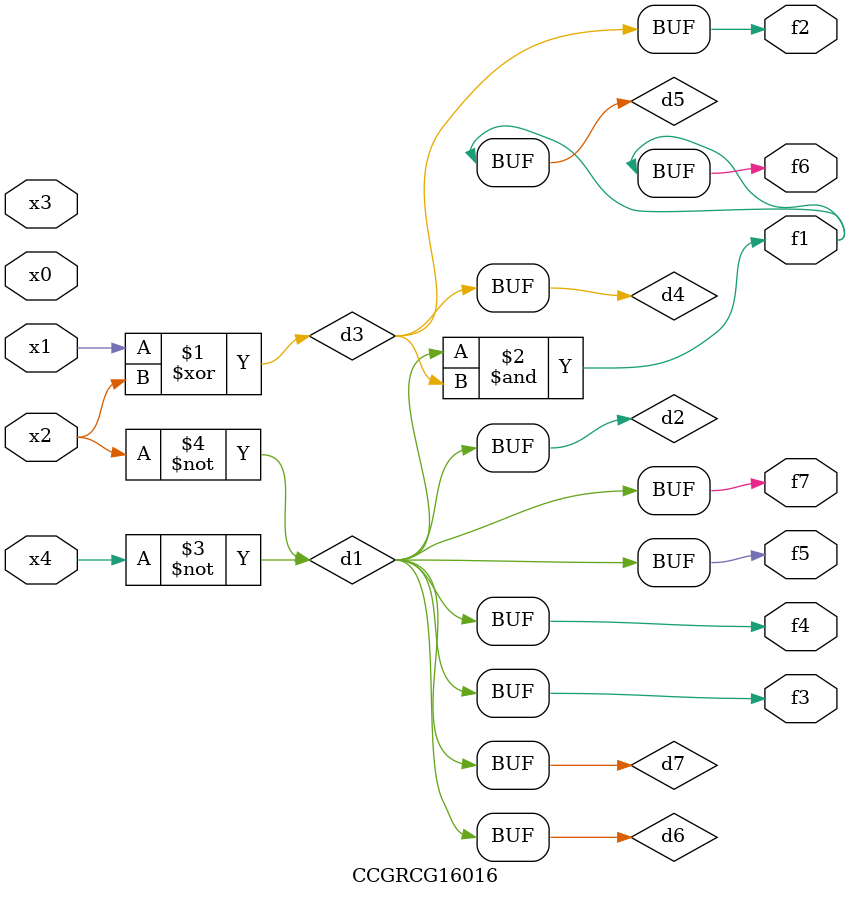
<source format=v>
module CCGRCG16016(
	input x0, x1, x2, x3, x4,
	output f1, f2, f3, f4, f5, f6, f7
);

	wire d1, d2, d3, d4, d5, d6, d7;

	not (d1, x4);
	not (d2, x2);
	xor (d3, x1, x2);
	buf (d4, d3);
	and (d5, d1, d3);
	buf (d6, d1, d2);
	buf (d7, d2);
	assign f1 = d5;
	assign f2 = d4;
	assign f3 = d7;
	assign f4 = d7;
	assign f5 = d7;
	assign f6 = d5;
	assign f7 = d7;
endmodule

</source>
